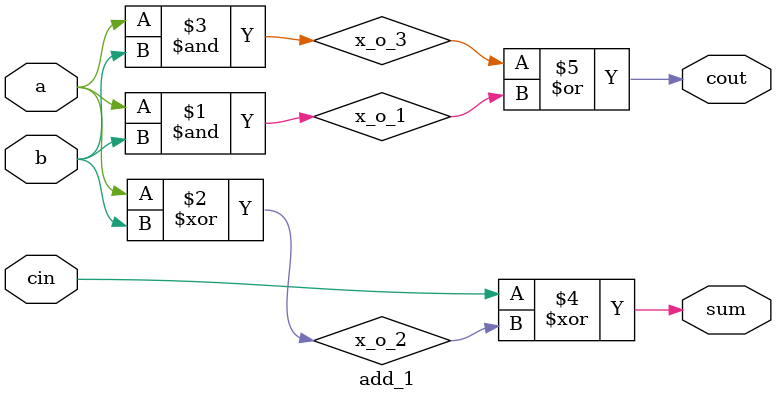
<source format=v>
module add_1
	(input cin, a, b,    // input ports
    	output cout, sum    // output ports
    	);
    
wire x_o_1, x_o_2, x_o_3;

assign x_o_1 = a & b;        // AND operation
assign x_o_2 = a ^ b;        // XOR operation
assign x_o_3 = a & b;        // AND operation
assign sum = cin ^ x_o_2;    // XOR operation
assign cout = x_o_3 | x_o_1; // OR operation

endmodule

// or we can write this in a more trivial form using Boolean functions for the full adder with carry
// result will be same

/*
module add_1
	(input cin, a, b,    // input ports
    output cout, sum    // output ports
    );
    

assign sum = a ^ b cin;
assign cout = a & b | (a ^ b) & cin;

endmodule
*/

</source>
